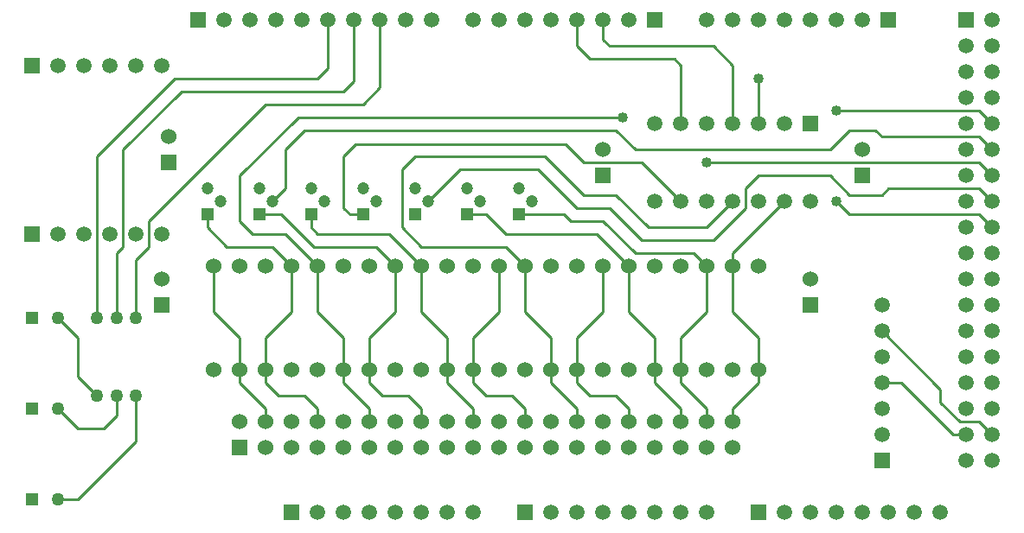
<source format=gtl>
G04 DipTrace 2.4.0.2*
%INTop.gbr*%
%MOIN*%
%ADD10C,0.01*%
%ADD16C,0.06*%
%ADD17R,0.06X0.06*%
%ADD18C,0.05*%
%ADD19R,0.05X0.05*%
%ADD20R,0.0591X0.0591*%
%ADD22C,0.0591*%
%ADD23R,0.0472X0.0472*%
%ADD25C,0.0472*%
%ADD26C,0.06*%
%ADD27C,0.05*%
%ADD28C,0.01*%
%ADD29C,0.04*%
%FSLAX44Y44*%
G04*
G70*
G90*
G75*
G01*
%LNTop*%
%LPD*%
X39937Y18437D2*
D10*
X30937D1*
X39937Y16437D2*
X36437D1*
X35937Y16937D1*
Y20437D2*
X39937D1*
X27687Y22437D2*
X29687D1*
X29937Y22187D1*
Y19937D1*
X28187Y22937D2*
X31187D1*
X31937Y22187D1*
Y19937D1*
X39937Y17437D2*
X37937D1*
X37687Y17187D1*
X36437D1*
X35687Y17937D1*
X32937D1*
X32437Y17437D1*
Y16687D1*
X31187Y15437D1*
X28437D1*
X27187Y16687D1*
X25937D1*
X24437Y18187D1*
X21437D1*
X20187Y16937D1*
X14187D2*
X14687Y17437D1*
Y18937D1*
X15437Y19687D1*
X27437D1*
X28187Y18937D1*
X35687D1*
X36437Y19687D1*
X37437D1*
X37687Y19437D1*
X39937D1*
X26937Y23937D2*
Y23187D1*
X27187Y22937D1*
X27687D1*
X25937Y23937D2*
Y22937D1*
X26437Y22437D1*
X27187D1*
X8937Y12437D2*
Y14687D1*
X9437Y15187D1*
Y16187D1*
X13937Y20687D1*
X17687D1*
X18337Y21337D1*
Y23937D1*
X8187Y12437D2*
Y14937D1*
X8437Y15187D1*
Y18937D1*
X10687Y21187D1*
X16937D1*
X17337Y21587D1*
Y23937D1*
X7437Y12437D2*
Y18687D1*
X10437Y21687D1*
X15937D1*
X16337Y22087D1*
Y23937D1*
X40437Y20437D2*
X41437D1*
X41937Y19937D1*
X40437Y19437D2*
X41437D1*
X41937Y18937D1*
X40437Y18437D2*
X41437D1*
X41937Y17937D1*
X40437Y17437D2*
X41437D1*
X41937Y16937D1*
X40437Y16437D2*
X41437D1*
X41937Y15937D1*
X37687Y9937D2*
X38437D1*
X40437Y7937D1*
X40937D1*
X37687Y11937D2*
X39937Y9687D1*
Y9187D1*
X40687Y8437D1*
X41437D1*
X41937Y7937D1*
X8937Y9437D2*
Y7687D1*
X6687Y5437D1*
X5937D1*
X7437Y9437D2*
X6687Y10187D1*
Y11687D1*
X5937Y12437D1*
X8187Y9437D2*
Y8687D1*
X7687Y8187D1*
X6687D1*
X5937Y8937D1*
X23937Y14437D2*
Y12687D1*
X24937Y11687D1*
Y10437D1*
Y9937D1*
X25937Y8937D1*
Y8437D1*
X23937Y14437D2*
X23187Y15187D1*
X19937D1*
X19187Y15937D1*
Y18187D1*
X19687Y18687D1*
X24687D1*
X26187Y17187D1*
X27437D1*
X28687Y15937D1*
X30937D1*
X31937Y16937D1*
X30937Y14437D2*
Y12687D1*
X29937Y11687D1*
Y10437D1*
Y9937D1*
X30937Y8937D1*
Y8437D1*
X23687Y16437D2*
X25437D1*
X25687Y16187D1*
X26937D1*
X28187Y14937D1*
X30437D1*
X30937Y14437D1*
X22937D2*
Y12687D1*
X21937Y11687D1*
Y10437D1*
Y9937D1*
X22437Y9437D1*
X23437D1*
X23937Y8937D1*
Y8437D1*
X29937Y16937D2*
X28437Y18437D1*
X26187D1*
X25488Y19136D1*
X17386D1*
X16937Y18687D1*
Y16687D1*
X17187Y16437D1*
X17687D1*
X31937Y14437D2*
Y12687D1*
X32937Y11687D1*
Y10437D1*
Y9937D1*
X31937Y8937D1*
Y8437D1*
Y14437D2*
Y14937D1*
X33937Y16937D1*
X19937Y14437D2*
Y12687D1*
X20937Y11687D1*
Y10437D1*
Y9937D1*
X21937Y8937D1*
Y8437D1*
X15687Y16437D2*
Y15937D1*
X15937Y15687D1*
X18687D1*
X19937Y14437D1*
X13937Y10437D2*
Y11687D1*
X14937Y12687D1*
Y14437D1*
X13937Y10437D2*
Y9937D1*
X14437Y9437D1*
X15437D1*
X15937Y8937D1*
Y8437D1*
X11687Y16437D2*
Y15937D1*
X12437Y15187D1*
X14187D1*
X14937Y14437D1*
X15937D2*
Y12687D1*
X16937Y11687D1*
Y10437D1*
Y9937D1*
X17937Y8937D1*
Y8437D1*
X15937Y14437D2*
X14687Y15687D1*
X13437D1*
X12937Y16187D1*
Y17937D1*
X15187Y20187D1*
X27687D1*
X27937Y14437D2*
Y12687D1*
X28937Y11687D1*
Y10437D1*
Y9937D1*
X29937Y8937D1*
Y8437D1*
X21687Y16437D2*
X22437D1*
X23187Y15687D1*
X26687D1*
X27937Y14437D1*
X12937Y10437D2*
Y11687D1*
X11937Y12687D1*
Y14437D1*
X12937Y10437D2*
Y9937D1*
X13937Y8937D1*
Y8437D1*
X32937Y21687D2*
Y19937D1*
X26937Y14437D2*
Y12687D1*
X25937Y11687D1*
Y10437D1*
Y9937D1*
X26437Y9437D1*
X27437D1*
X27937Y8937D1*
Y8437D1*
X17937Y10437D2*
Y11687D1*
X18937Y12687D1*
Y14437D1*
X17937Y10437D2*
Y9937D1*
X18437Y9437D1*
X19437D1*
X19937Y8937D1*
Y8437D1*
X13687Y16437D2*
X14537D1*
X15787Y15187D1*
X18187D1*
X18937Y14437D1*
D29*
X30937Y18437D3*
X35937Y16937D3*
Y20437D3*
X27687Y20187D3*
X32937Y21687D3*
D16*
X36937Y18937D3*
D17*
Y17937D3*
D16*
X26937Y18937D3*
D17*
Y17937D3*
D16*
X10187Y19437D3*
D17*
Y18437D3*
X9937Y12937D3*
D16*
Y13937D3*
D17*
X34937Y12937D3*
D16*
Y13937D3*
D18*
X5937Y5437D3*
D19*
X4937D3*
D18*
X5937Y8937D3*
D19*
X4937D3*
D18*
X5937Y12437D3*
D19*
X4937D3*
D16*
X31937Y7437D3*
X30937D3*
X29937D3*
X28937D3*
X27937D3*
X26937D3*
X25937D3*
X24937D3*
X23937D3*
X22937D3*
X21937D3*
X20937D3*
X19937D3*
X18937D3*
X17937D3*
X16937D3*
X15937D3*
X14937D3*
X13937D3*
D17*
X12937D3*
D16*
Y8437D3*
X13937D3*
X14937D3*
X15937D3*
X16937D3*
X17937D3*
X18937D3*
X19937D3*
X20937D3*
X21937D3*
X22937D3*
X23937D3*
X24937D3*
X25937D3*
X26937D3*
X27937D3*
X28937D3*
X29937D3*
X30937D3*
X31937D3*
D20*
X23937Y4937D3*
D22*
X24937D3*
X25937D3*
X26937D3*
X27937D3*
X28937D3*
X29937D3*
X30937D3*
D20*
X14937D3*
D22*
X15937D3*
X16937D3*
X17937D3*
X18937D3*
X19937D3*
X20937D3*
X21937D3*
D20*
X28937Y23937D3*
D22*
X27937D3*
X26937D3*
X25937D3*
X24937D3*
X23937D3*
X22937D3*
X21937D3*
D20*
X11337D3*
D22*
X12337D3*
X13337D3*
X14337D3*
X15337D3*
X16337D3*
X17337D3*
X18337D3*
X19337D3*
X20337D3*
D20*
X32937Y4937D3*
D22*
X33937D3*
X34937D3*
X35937D3*
X36937D3*
X37937D3*
X38937D3*
X39937D3*
D20*
X37937Y23937D3*
D22*
X36937D3*
X35937D3*
X34937D3*
X33937D3*
X32937D3*
X31937D3*
X30937D3*
D20*
X40937D3*
D22*
X41937D3*
X40937Y22937D3*
X41937D3*
X40937Y21937D3*
X41937D3*
X40937Y20937D3*
X41937D3*
X40937Y19937D3*
X41937D3*
X40937Y18937D3*
X41937D3*
X40937Y17937D3*
X41937D3*
X40937Y16937D3*
X41937D3*
X40937Y15937D3*
X41937D3*
X40937Y14937D3*
X41937D3*
X40937Y13937D3*
X41937D3*
X40937Y12937D3*
X41937D3*
X40937Y11937D3*
X41937D3*
X40937Y10937D3*
X41937D3*
X40937Y9937D3*
X41937D3*
X40937Y8937D3*
X41937D3*
X40937Y7937D3*
X41937D3*
X40937Y6937D3*
X41937D3*
D20*
X4937Y15687D3*
D22*
X5937D3*
X6937D3*
X7937D3*
X8937D3*
X9937D3*
D20*
X4937Y22187D3*
D22*
X5937D3*
X6937D3*
X7937D3*
X8937D3*
X9937D3*
D20*
X37687Y6937D3*
D22*
Y7937D3*
Y8937D3*
Y9937D3*
Y10937D3*
Y11937D3*
Y12937D3*
D23*
X21687Y16437D3*
D25*
X22187Y16937D3*
X21687Y17437D3*
D23*
X23687Y16437D3*
D25*
X24187Y16937D3*
X23687Y17437D3*
D23*
X19687Y16437D3*
D25*
X20187Y16937D3*
X19687Y17437D3*
D23*
X15687Y16437D3*
D25*
X16187Y16937D3*
X15687Y17437D3*
D23*
X17687Y16437D3*
D25*
X18187Y16937D3*
X17687Y17437D3*
D23*
X13687Y16437D3*
D25*
X14187Y16937D3*
X13687Y17437D3*
D23*
X11687Y16437D3*
D25*
X12187Y16937D3*
X11687Y17437D3*
D16*
X32937Y14437D3*
D26*
Y10437D3*
D16*
X31937Y14437D3*
D26*
Y10437D3*
D16*
X29937Y14437D3*
D26*
Y10437D3*
D16*
X30937Y14437D3*
D26*
Y10437D3*
D16*
X28937Y14437D3*
D26*
Y10437D3*
D16*
X27937Y14437D3*
D26*
Y10437D3*
D16*
X25937Y14437D3*
D26*
Y10437D3*
D16*
X26937Y14437D3*
D26*
Y10437D3*
D16*
X24937Y14437D3*
D26*
Y10437D3*
D16*
X21937Y14437D3*
D26*
Y10437D3*
D16*
X22937Y14437D3*
D26*
Y10437D3*
D16*
X20937Y14437D3*
D26*
Y10437D3*
D16*
X19937Y14437D3*
D26*
Y10437D3*
D16*
X17937Y14437D3*
D26*
Y10437D3*
D16*
X18937Y14437D3*
D26*
Y10437D3*
D16*
X16937Y14437D3*
D26*
Y10437D3*
D16*
X15937Y14437D3*
D26*
Y10437D3*
D16*
X13937Y14437D3*
D26*
Y10437D3*
D16*
X14937Y14437D3*
D26*
Y10437D3*
D16*
X12937Y14437D3*
D26*
Y10437D3*
D16*
X11937Y14437D3*
D26*
Y10437D3*
D16*
X23937Y14437D3*
D26*
Y10437D3*
D18*
X8937Y12437D3*
D27*
Y9437D3*
D18*
X8187Y12437D3*
D27*
Y9437D3*
D18*
X7437Y12437D3*
D27*
Y9437D3*
D20*
X34937Y19937D3*
D22*
X33937D3*
X32937D3*
X31937D3*
X30937D3*
X29937D3*
X28937D3*
Y16937D3*
X29937D3*
X30937D3*
X31937D3*
X32937D3*
X33937D3*
X34937D3*
D28*
X39937Y16437D3*
X40437D3*
X39937Y18437D3*
X40437D3*
X27687Y22437D3*
X27187D3*
X28187Y22937D3*
X27687D3*
X40437Y20437D3*
X39937D3*
X40437Y17437D3*
X39937D3*
X40437Y19437D3*
X39937D3*
Y16437D2*
D10*
X40437D1*
X39937Y18437D2*
X40437D1*
X27687Y22437D2*
X27187D1*
X28187Y22937D2*
X27687D1*
X40437Y20437D2*
X39937D1*
X40437Y17437D2*
X39937D1*
X40437Y19437D2*
X39937D1*
M02*

</source>
